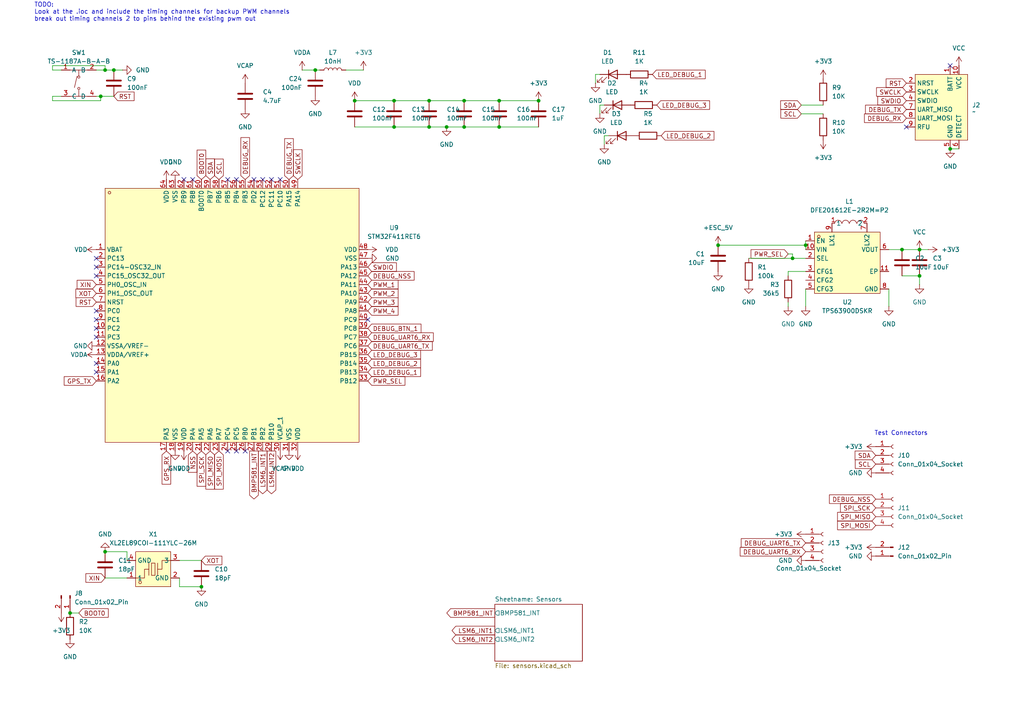
<source format=kicad_sch>
(kicad_sch (version 20231120) (generator "eeschema") (generator_version "8.0")
  (paper "A4")
  (lib_symbols
    (symbol "Connector:Conn_01x02_Pin" (pin_names (offset 1.016) hide)
      (property "Reference" "J" (at 0 2.54 0))
      (property "Value" "Conn_01x02_Pin" (at 0 -5.08 0))
      (symbol "Conn_01x02_Pin_1_1"
        (polyline (pts (xy 1.27 -2.54) (xy 0.8636 -2.54)) (stroke (width 0.1524)))
        (polyline (pts (xy 1.27 0) (xy 0.8636 0)) (stroke (width 0.1524)))
        (rectangle (start 0.8636 -2.413) (end 0 -2.667) (stroke (width 0.1524)) (fill (type outline)))
        (rectangle (start 0.8636 0.127) (end 0 -0.127) (stroke (width 0.1524)) (fill (type outline)))
        (pin passive line (at 5.08 0 180) (length 3.81) (name "Pin_1") (number "1"))
        (pin passive line (at 5.08 -2.54 180) (length 3.81) (name "Pin_2") (number "2"))
      )
    )
    (symbol "Connector:Conn_01x04_Socket" (pin_names (offset 1.016) hide)
      (property "Reference" "J" (at 0 5.08 0))
      (property "Value" "Conn_01x04_Socket" (at 0 -7.62 0))
      (symbol "Conn_01x04_Socket_1_1"
        (arc (start 0 -4.572) (mid -0.5058 -5.08) (end 0 -5.588) (stroke (width 0.1524)))
        (arc (start 0 -2.032) (mid -0.5058 -2.54) (end 0 -3.048) (stroke (width 0.1524)))
        (polyline (pts (xy -1.27 -5.08) (xy -0.508 -5.08)) (stroke (width 0.1524)))
        (polyline (pts (xy -1.27 -2.54) (xy -0.508 -2.54)) (stroke (width 0.1524)))
        (polyline (pts (xy -1.27 0) (xy -0.508 0)) (stroke (width 0.1524)))
        (polyline (pts (xy -1.27 2.54) (xy -0.508 2.54)) (stroke (width 0.1524)))
        (arc (start 0 0.508) (mid -0.5058 0) (end 0 -0.508) (stroke (width 0.1524)))
        (arc (start 0 3.048) (mid -0.5058 2.54) (end 0 2.032) (stroke (width 0.1524)))
        (pin passive line (at -5.08 2.54 0) (length 3.81) (name "Pin_1") (number "1"))
        (pin passive line (at -5.08 0 0) (length 3.81) (name "Pin_2") (number "2"))
        (pin passive line (at -5.08 -2.54 0) (length 3.81) (name "Pin_3") (number "3"))
        (pin passive line (at -5.08 -5.08 0) (length 3.81) (name "Pin_4") (number "4"))
      )
    )
    (symbol "Device:C" (pin_numbers hide) (pin_names (offset 0.254))
      (property "Reference" "C" (at 0.635 2.54 0))
      (property "Value" "C" (at 0.635 -2.54 0))
      (symbol "C_0_1"
        (polyline (pts (xy -2.032 -0.762) (xy 2.032 -0.762)) (stroke (width 0.508)))
        (polyline (pts (xy -2.032 0.762) (xy 2.032 0.762)) (stroke (width 0.508)))
      )
      (symbol "C_1_1"
        (pin passive line (at 0 3.81 270) (length 2.794) (name "~") (number "1"))
        (pin passive line (at 0 -3.81 90) (length 2.794) (name "~") (number "2"))
      )
    )
    (symbol "Device:L" (pin_numbers hide) (pin_names (offset 1.016) hide)
      (property "Reference" "L" (at -1.27 0 90))
      (property "Value" "L" (at 1.905 0 90))
      (symbol "L_0_1"
        (arc (start 0 -2.54) (mid 0.6323 -1.905) (end 0 -1.27))
        (arc (start 0 -1.27) (mid 0.6323 -0.635) (end 0 0))
        (arc (start 0 0) (mid 0.6323 0.635) (end 0 1.27))
        (arc (start 0 1.27) (mid 0.6323 1.905) (end 0 2.54))
      )
      (symbol "L_1_1"
        (pin passive line (at 0 3.81 270) (length 1.27) (name "1") (number "1"))
        (pin passive line (at 0 -3.81 90) (length 1.27) (name "2") (number "2"))
      )
    )
    (symbol "Device:LED" (pin_numbers hide) (pin_names (offset 1.016) hide)
      (property "Reference" "D" (at 0 2.54 0))
      (property "Value" "LED" (at 0 -2.54 0))
      (symbol "LED_0_1"
        (polyline (pts (xy -1.27 -1.27) (xy -1.27 1.27)) (stroke (width 0.254)))
        (polyline (pts (xy -1.27 0) (xy 1.27 0)))
        (polyline (pts (xy 1.27 -1.27) (xy 1.27 1.27) (xy -1.27 0) (xy 1.27 -1.27)) (stroke (width 0.254)))
        (polyline (pts (xy -3.048 -0.762) (xy -4.572 -2.286) (xy -3.81 -2.286) (xy -4.572 -2.286) (xy -4.572 -1.524)))
        (polyline (pts (xy -1.778 -0.762) (xy -3.302 -2.286) (xy -2.54 -2.286) (xy -3.302 -2.286) (xy -3.302 -1.524)))
      )
      (symbol "LED_1_1"
        (pin passive line (at -3.81 0 0) (length 2.54) (name "K") (number "1"))
        (pin passive line (at 3.81 0 180) (length 2.54) (name "A") (number "2"))
      )
    )
    (symbol "Device:R" (pin_numbers hide) (pin_names (offset 0))
      (property "Reference" "R" (at 2.032 0 90))
      (property "Value" "R" (at 0 0 90))
      (symbol "R_0_1"
        (rectangle (start -1.016 -2.54) (end 1.016 2.54) (stroke (width 0.254)))
      )
      (symbol "R_1_1"
        (pin passive line (at 0 3.81 270) (length 1.27) (name "~") (number "1"))
        (pin passive line (at 0 -3.81 90) (length 1.27) (name "~") (number "2"))
      )
    )
    (symbol "lib:DFE201612E-2R2M=P2"
      (property "Reference" "L" (at 0 5.08 0))
      (property "Value" "DFE201612E-2R2M=P2" (at 0 -5.08 0))
      (symbol "DFE201612E-2R2M=P2_0_1"
        (arc (start -2.27 -0.02) (mid -3.28 0.9027) (end -4.29 -0.02))
        (arc (start -0.11 -0.02) (mid -1.12 0.9071) (end -2.13 -0.02))
        (arc (start 2.04 -0.02) (mid 1.03 0.9071) (end 0.02 -0.02))
        (arc (start 4.23 -0.02) (mid 3.22 0.9071) (end 2.21 -0.02))
        (pin unspecified line (at -5.08 0 0) (length 0.762) (name "1") (number "1"))
        (pin unspecified line (at 5.08 0 180) (length 0.762) (name "2") (number "2"))
      )
    )
    (symbol "lib:STM32F411RET6"
      (property "Reference" "U" (at 0 44.45 0))
      (property "Value" "STM32F411RET6" (at 0 -44.45 0))
      (symbol "STM32F411RET6_0_1"
        (rectangle (start -36.83 36.83) (end 36.83 -36.83) (fill (type background)))
        (circle (center -35.56 35.56) (radius 0.38))
        (pin unspecified line (at -39.37 19.05 0) (length 2.54) (name "VBAT") (number "1"))
        (pin unspecified line (at -39.37 -3.81 0) (length 2.54) (name "PC2") (number "10"))
        (pin unspecified line (at -39.37 -6.35 0) (length 2.54) (name "PC3") (number "11"))
        (pin unspecified line (at -39.37 -8.89 0) (length 2.54) (name "VSSA/VREF-") (number "12"))
        (pin unspecified line (at -39.37 -11.43 0) (length 2.54) (name "VDDA/VREF+") (number "13"))
        (pin unspecified line (at -39.37 -13.97 0) (length 2.54) (name "PA0") (number "14"))
        (pin unspecified line (at -39.37 -16.51 0) (length 2.54) (name "PA1") (number "15"))
        (pin unspecified line (at -39.37 -19.05 0) (length 2.54) (name "PA2") (number "16"))
        (pin unspecified line (at -19.05 -39.37 90) (length 2.54) (name "PA3") (number "17"))
        (pin unspecified line (at -16.51 -39.37 90) (length 2.54) (name "VSS") (number "18"))
        (pin unspecified line (at -13.97 -39.37 90) (length 2.54) (name "VDD") (number "19"))
        (pin unspecified line (at -39.37 16.51 0) (length 2.54) (name "PC13") (number "2"))
        (pin unspecified line (at -11.43 -39.37 90) (length 2.54) (name "PA4") (number "20"))
        (pin unspecified line (at -8.89 -39.37 90) (length 2.54) (name "PA5") (number "21"))
        (pin unspecified line (at -6.35 -39.37 90) (length 2.54) (name "PA6") (number "22"))
        (pin unspecified line (at -3.81 -39.37 90) (length 2.54) (name "PA7") (number "23"))
        (pin unspecified line (at -1.27 -39.37 90) (length 2.54) (name "PC4") (number "24"))
        (pin unspecified line (at 1.27 -39.37 90) (length 2.54) (name "PC5") (number "25"))
        (pin unspecified line (at 3.81 -39.37 90) (length 2.54) (name "PB0") (number "26"))
        (pin unspecified line (at 6.35 -39.37 90) (length 2.54) (name "PB1") (number "27"))
        (pin unspecified line (at 8.89 -39.37 90) (length 2.54) (name "PB2") (number "28"))
        (pin unspecified line (at 11.43 -39.37 90) (length 2.54) (name "PB10") (number "29"))
        (pin unspecified line (at -39.37 13.97 0) (length 2.54) (name "PC14-OSC32_IN") (number "3"))
        (pin unspecified line (at 13.97 -39.37 90) (length 2.54) (name "VCAP_1") (number "30"))
        (pin unspecified line (at 16.51 -39.37 90) (length 2.54) (name "VSS") (number "31"))
        (pin unspecified line (at 19.05 -39.37 90) (length 2.54) (name "VDD") (number "32"))
        (pin unspecified line (at 39.37 -19.05 180) (length 2.54) (name "PB12") (number "33"))
        (pin unspecified line (at 39.37 -16.51 180) (length 2.54) (name "PB13") (number "34"))
        (pin unspecified line (at 39.37 -13.97 180) (length 2.54) (name "PB14") (number "35"))
        (pin unspecified line (at 39.37 -11.43 180) (length 2.54) (name "PB15") (number "36"))
        (pin unspecified line (at 39.37 -8.89 180) (length 2.54) (name "PC6") (number "37"))
        (pin unspecified line (at 39.37 -6.35 180) (length 2.54) (name "PC7") (number "38"))
        (pin unspecified line (at 39.37 -3.81 180) (length 2.54) (name "PC8") (number "39"))
        (pin unspecified line (at -39.37 11.43 0) (length 2.54) (name "PC15_OSC32_OUT") (number "4"))
        (pin unspecified line (at 39.37 -1.27 180) (length 2.54) (name "PC9") (number "40"))
        (pin unspecified line (at 39.37 1.27 180) (length 2.54) (name "PA8") (number "41"))
        (pin unspecified line (at 39.37 3.81 180) (length 2.54) (name "PA9") (number "42"))
        (pin unspecified line (at 39.37 6.35 180) (length 2.54) (name "PA10") (number "43"))
        (pin unspecified line (at 39.37 8.89 180) (length 2.54) (name "PA11") (number "44"))
        (pin unspecified line (at 39.37 11.43 180) (length 2.54) (name "PA12") (number "45"))
        (pin unspecified line (at 39.37 13.97 180) (length 2.54) (name "PA13") (number "46"))
        (pin unspecified line (at 39.37 16.51 180) (length 2.54) (name "VSS") (number "47"))
        (pin unspecified line (at 39.37 19.05 180) (length 2.54) (name "VDD") (number "48"))
        (pin unspecified line (at 19.05 39.37 270) (length 2.54) (name "PA14") (number "49"))
        (pin unspecified line (at -39.37 8.89 0) (length 2.54) (name "PH0_OSC_IN") (number "5"))
        (pin unspecified line (at 16.51 39.37 270) (length 2.54) (name "PA15") (number "50"))
        (pin unspecified line (at 13.97 39.37 270) (length 2.54) (name "PC10") (number "51"))
        (pin unspecified line (at 11.43 39.37 270) (length 2.54) (name "PC11") (number "52"))
        (pin unspecified line (at 8.89 39.37 270) (length 2.54) (name "PC12") (number "53"))
        (pin unspecified line (at 6.35 39.37 270) (length 2.54) (name "PD2") (number "54"))
        (pin unspecified line (at 3.81 39.37 270) (length 2.54) (name "PB3") (number "55"))
        (pin unspecified line (at 1.27 39.37 270) (length 2.54) (name "PB4") (number "56"))
        (pin unspecified line (at -1.27 39.37 270) (length 2.54) (name "PB5") (number "57"))
        (pin unspecified line (at -3.81 39.37 270) (length 2.54) (name "PB6") (number "58"))
        (pin unspecified line (at -6.35 39.37 270) (length 2.54) (name "PB7") (number "59"))
        (pin unspecified line (at -39.37 6.35 0) (length 2.54) (name "PH1_OSC_OUT") (number "6"))
        (pin unspecified line (at -8.89 39.37 270) (length 2.54) (name "BOOT0") (number "60"))
        (pin unspecified line (at -11.43 39.37 270) (length 2.54) (name "PB8") (number "61"))
        (pin unspecified line (at -13.97 39.37 270) (length 2.54) (name "PB9") (number "62"))
        (pin unspecified line (at -16.51 39.37 270) (length 2.54) (name "VSS") (number "63"))
        (pin unspecified line (at -19.05 39.37 270) (length 2.54) (name "VDD") (number "64"))
        (pin unspecified line (at -39.37 3.81 0) (length 2.54) (name "NRST") (number "7"))
        (pin unspecified line (at -39.37 1.27 0) (length 2.54) (name "PC0") (number "8"))
        (pin unspecified line (at -39.37 -1.27 0) (length 2.54) (name "PC1") (number "9"))
      )
    )
    (symbol "lib:TPS63900DSKR"
      (property "Reference" "U" (at 0 11.43 0))
      (property "Value" "TPS63900DSKR" (at 0 -11.43 0))
      (symbol "TPS63900DSKR_0_1"
        (rectangle (start -8.89 7.62) (end 10.16 -10.16) (fill (type background)))
        (circle (center -7.62 6.35) (radius 0.38))
        (pin unspecified line (at -11.43 5.08 0) (length 2.54) (name "EN") (number "1"))
        (pin unspecified line (at -11.43 2.54 0) (length 2.54) (name "VIN") (number "10"))
        (pin unspecified line (at 12.7 -3.81 180) (length 2.54) (name "EP") (number "11"))
        (pin unspecified line (at -11.43 0 0) (length 2.54) (name "SEL") (number "2"))
        (pin unspecified line (at -11.43 -3.81 0) (length 2.54) (name "CFG1") (number "3"))
        (pin unspecified line (at -11.43 -6.35 0) (length 2.54) (name "CFG2") (number "4"))
        (pin unspecified line (at 12.7 2.54 180) (length 2.54) (name "VOUT") (number "6"))
        (pin unspecified line (at 6.35 10.16 270) (length 2.54) (name "LX2") (number "7"))
        (pin unspecified line (at 12.7 -8.89 180) (length 2.54) (name "GND") (number "8"))
        (pin unspecified line (at -3.81 10.16 270) (length 2.54) (name "LX1") (number "9"))
      )
      (symbol "TPS63900DSKR_1_1"
        (pin unspecified line (at -11.43 -8.89 0) (length 2.54) (name "CFG3") (number "5"))
      )
    )
    (symbol "lib:TS-1187A-B-A-B"
      (property "Reference" "SW" (at 0 7.62 0))
      (property "Value" "TS-1187A-B-A-B" (at 0 -10.16 0))
      (symbol "TS-1187A-B-A-B_0_1"
        (circle (center 0 -2.79) (radius 0.32))
        (polyline (pts (xy -2.54 -5.08) (xy 2.54 -5.08)))
        (polyline (pts (xy -2.54 2.54) (xy 2.54 2.54)))
        (polyline (pts (xy -0.51 0.76) (xy -1.27 -2.54)))
        (polyline (pts (xy 0 -3.3) (xy 0 -5.08)))
        (polyline (pts (xy 0 0.76) (xy 0 2.54)))
        (circle (center 0 0.51) (radius 0.32))
        (pin unspecified line (at -5.08 2.54 0) (length 2.54) (name "A") (number "1"))
        (pin unspecified line (at 5.08 2.54 180) (length 2.54) (name "B") (number "2"))
        (pin unspecified line (at -5.08 -5.08 0) (length 2.54) (name "C") (number "3"))
        (pin unspecified line (at 5.08 -5.08 180) (length 2.54) (name "D") (number "4"))
      )
    )
    (symbol "lib:XL2EL89COI-111YLC-26M"
      (property "Reference" "X" (at 0 7.62 0))
      (property "Value" "XL2EL89COI-111YLC-26M" (at 0 -7.62 0))
      (symbol "XL2EL89COI-111YLC-26M_0_1"
        (rectangle (start -5.08 5.08) (end 5.08 -5.08) (fill (type background)))
        (circle (center -3.81 -3.81) (radius 0.38))
        (rectangle (start -0.51 1.78) (end 0.51 -1.78) (fill (type background)))
        (polyline (pts (xy -1.27 -1.78) (xy -1.27 1.78)))
        (polyline (pts (xy 1.27 -1.78) (xy 1.27 1.78)))
        (polyline (pts (xy -5.08 -2.54) (xy -2.54 -2.54) (xy -2.54 0) (xy -1.27 0)))
        (polyline (pts (xy 5.08 2.54) (xy 2.54 2.54) (xy 2.54 0) (xy 1.27 0)))
        (pin input line (at -7.62 -2.54 0) (length 2.54) (name "1") (number "1"))
        (pin input line (at 7.62 -2.54 180) (length 2.54) (name "GND") (number "2"))
        (pin input line (at 7.62 2.54 180) (length 2.54) (name "3") (number "3"))
        (pin input line (at -7.62 2.54 0) (length 2.54) (name "GND") (number "4"))
      )
    )
    (symbol "maxkicad:TTprog"
      (property "Reference" "J" (at -3.81 9.906 0))
      (symbol "TTprog_1_1"
        (rectangle (start -6.35 8.89) (end 8.89 -10.16) (fill (type background)))
        (pin passive line (at 3.81 11.43 270) (length 2.54) (name "BATT") (number "1"))
        (pin passive line (at 6.35 11.43 270) (length 2.54) (name "VCC") (number "10"))
        (pin passive line (at -8.89 6.35 0) (length 2.54) (name "NRST") (number "2"))
        (pin passive line (at -8.89 3.81 0) (length 2.54) (name "SWCLK") (number "3"))
        (pin passive line (at -8.89 1.27 0) (length 2.54) (name "SWDIO") (number "4"))
        (pin passive line (at 3.81 -12.7 90) (length 2.54) (name "GND") (number "5"))
        (pin passive line (at 6.35 -12.7 90) (length 2.54) (name "DETECT") (number "6"))
        (pin passive line (at -8.89 -1.27 0) (length 2.54) (name "UART_MISO") (number "7"))
        (pin passive line (at -8.89 -3.81 0) (length 2.54) (name "UART_MOSI") (number "8"))
        (pin passive line (at -8.89 -6.35 0) (length 2.54) (name "RFU") (number "9"))
      )
    )
    (symbol "power:+3.3VA" (power) (pin_numbers hide) (pin_names (offset 0) hide)
      (property "Value" "+3.3VA" (at 0 3.556 0))
      (symbol "+3.3VA_0_1"
        (polyline (pts (xy -0.762 1.27) (xy 0 2.54)))
        (polyline (pts (xy 0 0) (xy 0 2.54)))
        (polyline (pts (xy 0 2.54) (xy 0.762 1.27)))
      )
      (symbol "+3.3VA_1_1"
        (pin power_in line (at 0 0 90) (length 0) (name "~") (number "1"))
      )
    )
    (symbol "power:+3V3" (power) (pin_numbers hide) (pin_names (offset 0) hide)
      (property "Value" "+3V3" (at 0 3.556 0))
      (symbol "+3V3_0_1"
        (polyline (pts (xy -0.762 1.27) (xy 0 2.54)))
        (polyline (pts (xy 0 0) (xy 0 2.54)))
        (polyline (pts (xy 0 2.54) (xy 0.762 1.27)))
      )
      (symbol "+3V3_1_1"
        (pin power_in line (at 0 0 90) (length 0) (name "~") (number "1"))
      )
    )
    (symbol "power:+BATT" (power) (pin_numbers hide) (pin_names (offset 0) hide)
      (property "Value" "+BATT" (at 0 3.556 0))
      (symbol "+BATT_0_1"
        (polyline (pts (xy -0.762 1.27) (xy 0 2.54)))
        (polyline (pts (xy 0 0) (xy 0 2.54)))
        (polyline (pts (xy 0 2.54) (xy 0.762 1.27)))
      )
      (symbol "+BATT_1_1"
        (pin power_in line (at 0 0 90) (length 0) (name "~") (number "1"))
      )
    )
    (symbol "power:GND" (power) (pin_numbers hide) (pin_names (offset 0) hide)
      (property "Value" "GND" (at 0 -3.81 0))
      (symbol "GND_0_1"
        (polyline (pts (xy 0 0) (xy 0 -1.27) (xy 1.27 -1.27) (xy 0 -2.54) (xy -1.27 -1.27) (xy 0 -1.27)))
      )
      (symbol "GND_1_1"
        (pin power_in line (at 0 0 270) (length 0) (name "~") (number "1"))
      )
    )
    (symbol "power:VCC" (power) (pin_numbers hide) (pin_names (offset 0) hide)
      (property "Value" "VCC" (at 0 3.556 0))
      (symbol "VCC_0_1"
        (polyline (pts (xy -0.762 1.27) (xy 0 2.54)))
        (polyline (pts (xy 0 0) (xy 0 2.54)))
        (polyline (pts (xy 0 2.54) (xy 0.762 1.27)))
      )
      (symbol "VCC_1_1"
        (pin power_in line (at 0 0 90) (length 0) (name "~") (number "1"))
      )
    )
  )
  (junction (at 144.78 36.83))
  (junction (at 275.59 43.18))
  (junction (at 114.3 29.21))
  (junction (at 33.02 20.32))
  (junction (at 208.28 71.12))
  (junction (at 29.21 27.94))
  (junction (at 91.44 20.32))
  (junction (at 114.3 36.83))
  (junction (at 129.54 36.83))
  (junction (at 124.46 29.21))
  (junction (at 30.48 20.32))
  (junction (at 124.46 36.83))
  (junction (at 229.87 74.93))
  (junction (at 156.21 29.21))
  (junction (at 266.7 80.01))
  (junction (at 266.7 72.39))
  (junction (at 134.62 36.83))
  (junction (at 144.78 29.21))
  (junction (at 102.87 29.21))
  (junction (at 134.62 29.21))
  (junction (at 261.62 72.39))
  (junction (at 20.32 177.8))
  (junction (at 58.42 170.18))
  (junction (at 233.68 71.12))
  (junction (at 30.48 160.02))
  (no_connect (at 27.94 90.17))
  (no_connect (at 27.94 92.71))
  (no_connect (at 71.12 130.81))
  (no_connect (at 27.94 74.93))
  (no_connect (at 68.58 52.07))
  (no_connect (at 81.28 52.07))
  (no_connect (at 27.94 95.25))
  (no_connect (at 275.59 19.05))
  (no_connect (at 68.58 130.81))
  (no_connect (at 27.94 107.95))
  (no_connect (at 27.94 105.41))
  (no_connect (at 27.94 97.79))
  (no_connect (at 78.74 52.07))
  (no_connect (at 66.04 52.07))
  (no_connect (at 73.66 52.07))
  (no_connect (at 27.94 80.01))
  (no_connect (at 106.68 92.71))
  (no_connect (at 55.88 52.07))
  (no_connect (at 27.94 77.47))
  (no_connect (at 53.34 52.07))
  (no_connect (at 76.2 52.07))
  (no_connect (at 262.89 36.83))
  (no_connect (at 66.04 130.81))
  (wire (pts (xy 172.72 24.13) (xy 172.72 21.59)))
  (wire (pts (xy 129.54 36.83) (xy 134.62 36.83)))
  (wire (pts (xy 228.6 80.01) (xy 228.6 78.74)))
  (wire (pts (xy 27.94 27.94) (xy 29.21 27.94)))
  (wire (pts (xy 124.46 29.21) (xy 114.3 29.21)))
  (wire (pts (xy 52.07 167.64) (xy 52.07 170.18)))
  (wire (pts (xy 33.02 20.32) (xy 35.56 20.32)))
  (wire (pts (xy 228.6 87.63) (xy 228.6 88.9)))
  (wire (pts (xy 173.99 30.48) (xy 175.26 30.48)))
  (wire (pts (xy 208.28 71.12) (xy 233.68 71.12)))
  (wire (pts (xy 30.48 167.64) (xy 36.83 167.64)))
  (wire (pts (xy 233.68 83.82) (xy 233.68 88.9)))
  (wire (pts (xy 29.21 27.94) (xy 33.02 27.94)))
  (wire (pts (xy 30.48 20.32) (xy 33.02 20.32)))
  (wire (pts (xy 257.81 83.82) (xy 257.81 88.9)))
  (wire (pts (xy 266.7 72.39) (xy 269.24 72.39)))
  (wire (pts (xy 261.62 80.01) (xy 266.7 80.01)))
  (wire (pts (xy 20.32 177.8) (xy 22.86 177.8)))
  (wire (pts (xy 232.41 30.48) (xy 238.76 30.48)))
  (wire (pts (xy 173.99 33.02) (xy 173.99 30.48)))
  (wire (pts (xy 229.87 73.66) (xy 229.87 74.93)))
  (wire (pts (xy 124.46 29.21) (xy 134.62 29.21)))
  (wire (pts (xy 15.24 20.32) (xy 15.24 19.05)))
  (wire (pts (xy 228.6 73.66) (xy 229.87 73.66)))
  (wire (pts (xy 30.48 19.05) (xy 30.48 20.32)))
  (wire (pts (xy 172.72 21.59) (xy 173.99 21.59)))
  (wire (pts (xy 15.24 27.94) (xy 15.24 29.21)))
  (wire (pts (xy 15.24 20.32) (xy 17.78 20.32)))
  (wire (pts (xy 175.26 39.37) (xy 176.53 39.37)))
  (wire (pts (xy 100.33 20.32) (xy 105.41 20.32)))
  (wire (pts (xy 134.62 29.21) (xy 144.78 29.21)))
  (wire (pts (xy 134.62 36.83) (xy 144.78 36.83)))
  (wire (pts (xy 58.42 170.18) (xy 52.07 170.18)))
  (wire (pts (xy 29.21 27.94) (xy 29.21 29.21)))
  (wire (pts (xy 175.26 41.91) (xy 175.26 39.37)))
  (wire (pts (xy 217.17 74.93) (xy 229.87 74.93)))
  (wire (pts (xy 114.3 29.21) (xy 102.87 29.21)))
  (wire (pts (xy 102.87 36.83) (xy 114.3 36.83)))
  (wire (pts (xy 229.87 74.93) (xy 233.68 74.93)))
  (wire (pts (xy 91.44 20.32) (xy 92.71 20.32)))
  (wire (pts (xy 30.48 160.02) (xy 36.83 160.02)))
  (wire (pts (xy 124.46 36.83) (xy 114.3 36.83)))
  (wire (pts (xy 257.81 72.39) (xy 261.62 72.39)))
  (wire (pts (xy 87.63 20.32) (xy 91.44 20.32)))
  (wire (pts (xy 144.78 36.83) (xy 156.21 36.83)))
  (wire (pts (xy 228.6 78.74) (xy 233.68 78.74)))
  (wire (pts (xy 233.68 71.12) (xy 233.68 72.39)))
  (wire (pts (xy 27.94 20.32) (xy 30.48 20.32)))
  (wire (pts (xy 36.83 162.56) (xy 36.83 160.02)))
  (wire (pts (xy 266.7 82.55) (xy 266.7 80.01)))
  (wire (pts (xy 232.41 33.02) (xy 238.76 33.02)))
  (wire (pts (xy 275.59 43.18) (xy 278.13 43.18)))
  (wire (pts (xy 261.62 72.39) (xy 266.7 72.39)))
  (wire (pts (xy 15.24 19.05) (xy 30.48 19.05)))
  (wire (pts (xy 15.24 29.21) (xy 29.21 29.21)))
  (wire (pts (xy 15.24 27.94) (xy 17.78 27.94)))
  (wire (pts (xy 144.78 29.21) (xy 156.21 29.21)))
  (wire (pts (xy 52.07 162.56) (xy 58.42 162.56)))
  (wire (pts (xy 129.54 36.83) (xy 124.46 36.83)))
  (wire (pts (xy 233.68 71.12) (xy 233.68 69.85)))
  (text "TODO:\nLook at the .ioc and include the timing channels for backup PWM channels\nbreak out timing channels 2 to pins behind the existing pwm out" (at 9.906 3.556 0) (effects (font (size 1.27 1.27)) (justify left)))
  (text "Test Connectors" (at 261.366 125.73 0) (effects (font (size 1.27 1.27))))
  (global_label "LED_DEBUG_1" (shape input) (at 189.23 21.59 0) (property "Intersheetrefs" "${INTERSHEET_REFS}" (effects (hide yes))))
  (global_label "RST" (shape input) (at 33.02 27.94 0) (property "Intersheetrefs" "${INTERSHEET_REFS}" (effects (hide yes))))
  (global_label "XIN" (shape input) (at 27.94 82.55 180) (property "Intersheetrefs" "${INTERSHEET_REFS}" (effects (hide yes))))
  (global_label "SDA" (shape input) (at 232.41 30.48 180) (property "Intersheetrefs" "${INTERSHEET_REFS}" (effects (hide yes))))
  (global_label "XOT" (shape input) (at 27.94 85.09 180) (property "Intersheetrefs" "${INTERSHEET_REFS}" (effects (hide yes))))
  (global_label "DEBUG_UART6_RX" (shape input) (at 106.68 97.79 0) (property "Intersheetrefs" "${INTERSHEET_REFS}" (effects (hide yes))))
  (global_label "LED_DEBUG_3" (shape input) (at 190.5 30.48 0) (property "Intersheetrefs" "${INTERSHEET_REFS}" (effects (hide yes))))
  (global_label "SWDIO" (shape input) (at 106.68 77.47 0) (property "Intersheetrefs" "${INTERSHEET_REFS}" (effects (hide yes))))
  (global_label "SPI_MOSI" (shape input) (at 254 152.4 180) (property "Intersheetrefs" "${INTERSHEET_REFS}" (effects (hide yes))))
  (global_label "PWR_SEL" (shape input) (at 106.68 110.49 0) (property "Intersheetrefs" "${INTERSHEET_REFS}" (effects (hide yes))))
  (global_label "PWM_1" (shape input) (at 106.68 82.55 0) (property "Intersheetrefs" "${INTERSHEET_REFS}" (effects (hide yes))))
  (global_label "XOT" (shape input) (at 58.42 162.56 0) (property "Intersheetrefs" "${INTERSHEET_REFS}" (effects (hide yes))))
  (global_label "XIN" (shape input) (at 30.48 167.64 180) (property "Intersheetrefs" "${INTERSHEET_REFS}" (effects (hide yes))))
  (global_label "BOOT0" (shape input) (at 22.86 177.8 0) (property "Intersheetrefs" "${INTERSHEET_REFS}" (effects (hide yes))))
  (global_label "LSM6_INT2" (shape output) (at 78.74 130.81 270) (property "Intersheetrefs" "${INTERSHEET_REFS}" (effects (hide yes))))
  (global_label "SPI_MISO" (shape input) (at 60.96 130.81 270) (property "Intersheetrefs" "${INTERSHEET_REFS}" (effects (hide yes))))
  (global_label "SPI_SCK" (shape input) (at 254 147.32 180) (property "Intersheetrefs" "${INTERSHEET_REFS}" (effects (hide yes))))
  (global_label "DEBUG_NSS" (shape input) (at 254 144.78 180) (property "Intersheetrefs" "${INTERSHEET_REFS}" (effects (hide yes))))
  (global_label "GPS_RX" (shape input) (at 48.26 130.81 270) (property "Intersheetrefs" "${INTERSHEET_REFS}" (effects (hide yes))))
  (global_label "RST" (shape input) (at 262.89 24.13 180) (property "Intersheetrefs" "${INTERSHEET_REFS}" (effects (hide yes))))
  (global_label "DEBUG_BTN_1" (shape input) (at 106.68 95.25 0) (property "Intersheetrefs" "${INTERSHEET_REFS}" (effects (hide yes))))
  (global_label "SWCLK" (shape input) (at 86.36 52.07 90) (property "Intersheetrefs" "${INTERSHEET_REFS}" (effects (hide yes))))
  (global_label "SWDIO" (shape input) (at 262.89 29.21 180) (property "Intersheetrefs" "${INTERSHEET_REFS}" (effects (hide yes))))
  (global_label "RST" (shape input) (at 27.94 87.63 180) (property "Intersheetrefs" "${INTERSHEET_REFS}" (effects (hide yes))))
  (global_label "PWR_SEL" (shape input) (at 228.6 73.66 180) (property "Intersheetrefs" "${INTERSHEET_REFS}" (effects (hide yes))))
  (global_label "BOOT0" (shape input) (at 58.42 52.07 90) (property "Intersheetrefs" "${INTERSHEET_REFS}" (effects (hide yes))))
  (global_label "SCL" (shape input) (at 254 134.62 180) (property "Intersheetrefs" "${INTERSHEET_REFS}" (effects (hide yes))))
  (global_label "SWCLK" (shape input) (at 262.89 26.67 180) (property "Intersheetrefs" "${INTERSHEET_REFS}" (effects (hide yes))))
  (global_label "LED_DEBUG_2" (shape input) (at 191.77 39.37 0) (property "Intersheetrefs" "${INTERSHEET_REFS}" (effects (hide yes))))
  (global_label "DEBUG_UART6_RX" (shape input) (at 233.68 160.02 180) (property "Intersheetrefs" "${INTERSHEET_REFS}" (effects (hide yes))))
  (global_label "SPI_MOSI" (shape input) (at 63.5 130.81 270) (property "Intersheetrefs" "${INTERSHEET_REFS}" (effects (hide yes))))
  (global_label "BMP581_INT" (shape output) (at 73.66 130.81 270) (property "Intersheetrefs" "${INTERSHEET_REFS}" (effects (hide yes))))
  (global_label "LED_DEBUG_3" (shape input) (at 106.68 102.87 0) (property "Intersheetrefs" "${INTERSHEET_REFS}" (effects (hide yes))))
  (global_label "DEBUG_UART6_TX" (shape input) (at 233.68 157.48 180) (property "Intersheetrefs" "${INTERSHEET_REFS}" (effects (hide yes))))
  (global_label "LSM6_INT2" (shape output) (at 143.51 185.42 180) (property "Intersheetrefs" "${INTERSHEET_REFS}" (effects (hide yes))))
  (global_label "DEBUG_TX" (shape input) (at 262.89 31.75 180) (property "Intersheetrefs" "${INTERSHEET_REFS}" (effects (hide yes))))
  (global_label "SDA" (shape input) (at 60.96 52.07 90) (property "Intersheetrefs" "${INTERSHEET_REFS}" (effects (hide yes))))
  (global_label "SPI_SCK" (shape input) (at 58.42 130.81 270) (property "Intersheetrefs" "${INTERSHEET_REFS}" (effects (hide yes))))
  (global_label "PWM_3" (shape input) (at 106.68 87.63 0) (property "Intersheetrefs" "${INTERSHEET_REFS}" (effects (hide yes))))
  (global_label "LSM6_INT1" (shape output) (at 143.51 182.88 180) (property "Intersheetrefs" "${INTERSHEET_REFS}" (effects (hide yes))))
  (global_label "DEBUG_NSS" (shape input) (at 106.68 80.01 0) (property "Intersheetrefs" "${INTERSHEET_REFS}" (effects (hide yes))))
  (global_label "LED_DEBUG_2" (shape input) (at 106.68 105.41 0) (property "Intersheetrefs" "${INTERSHEET_REFS}" (effects (hide yes))))
  (global_label "LSM6_INT1" (shape output) (at 76.2 130.81 270) (property "Intersheetrefs" "${INTERSHEET_REFS}" (effects (hide yes))))
  (global_label "SPI_MISO" (shape input) (at 254 149.86 180) (property "Intersheetrefs" "${INTERSHEET_REFS}" (effects (hide yes))))
  (global_label "LED_DEBUG_1" (shape input) (at 106.68 107.95 0) (property "Intersheetrefs" "${INTERSHEET_REFS}" (effects (hide yes))))
  (global_label "DEBUG_UART6_TX" (shape input) (at 106.68 100.33 0) (property "Intersheetrefs" "${INTERSHEET_REFS}" (effects (hide yes))))
  (global_label "NSS" (shape input) (at 55.88 130.81 270) (property "Intersheetrefs" "${INTERSHEET_REFS}" (effects (hide yes))))
  (global_label "SDA" (shape input) (at 254 132.08 180) (property "Intersheetrefs" "${INTERSHEET_REFS}" (effects (hide yes))))
  (global_label "SCL" (shape input) (at 232.41 33.02 180) (property "Intersheetrefs" "${INTERSHEET_REFS}" (effects (hide yes))))
  (global_label "PWM_2" (shape input) (at 106.68 85.09 0) (property "Intersheetrefs" "${INTERSHEET_REFS}" (effects (hide yes))))
  (global_label "PWM_4" (shape input) (at 106.68 90.17 0) (property "Intersheetrefs" "${INTERSHEET_REFS}" (effects (hide yes))))
  (global_label "SCL" (shape input) (at 63.5 52.07 90) (property "Intersheetrefs" "${INTERSHEET_REFS}" (effects (hide yes))))
  (global_label "GPS_TX" (shape input) (at 27.94 110.49 180) (property "Intersheetrefs" "${INTERSHEET_REFS}" (effects (hide yes))))
  (global_label "DEBUG_TX" (shape input) (at 83.82 52.07 90) (property "Intersheetrefs" "${INTERSHEET_REFS}" (effects (hide yes))))
  (global_label "DEBUG_RX" (shape input) (at 262.89 34.29 180) (property "Intersheetrefs" "${INTERSHEET_REFS}" (effects (hide yes))))
  (global_label "DEBUG_RX" (shape input) (at 71.12 52.07 90) (property "Intersheetrefs" "${INTERSHEET_REFS}" (effects (hide yes))))
  (global_label "BMP581_INT" (shape output) (at 143.51 177.8 180) (property "Intersheetrefs" "${INTERSHEET_REFS}" (effects (hide yes))))
  (symbol (lib_id "power:+3V3") (at 233.68 154.94 90) (unit 1)
    (property "Reference" "#PWR078" (effects (hide yes)))
    (property "Value" "+3V3" (at 229.87 154.9399 90) (effects (justify left)))
    (property "Description" "Power symbol creates a global label with name \"+3V3\"" (effects (hide yes)))
  )
  (symbol (lib_id "power:VCC") (at 278.13 19.05 0) (unit 1)
    (property "Reference" "#PWR024" (effects (hide yes)))
    (property "Value" "VCC" (at 278.13 13.97 0))
    (property "Description" "Power symbol creates a global label with name \"VCC\"" (effects (hide yes)))
  )
  (symbol (lib_id "lib:TPS63900DSKR") (at 245.11 74.93 0) (unit 1)
    (property "Reference" "U2" (at 245.745 87.63 0))
    (property "Value" "TPS63900DSKR" (at 245.745 90.17 0))
    (property "Footprint" "lib:WSON-10_L2.5-W2.5-W0.50-TL-EP" (effects (hide yes)))
    (property "LCSC Part" "C1518762" (effects (hide yes)))
  )
  (symbol (lib_id "Device:R") (at 217.17 78.74 180) (unit 1)
    (property "Reference" "R1" (at 219.71 77.4699 0) (effects (justify right)))
    (property "Value" "100k" (at 219.71 80.0099 0) (effects (justify right)))
    (property "Footprint" "Resistor_SMD:R_0603_1608Metric" (effects (hide yes)))
    (property "Description" "Resistor" (effects (hide yes)))
    (property "LCSC" "C25803" (effects (hide yes)))
  )
  (symbol (lib_id "Device:C") (at 124.46 33.02 0) (unit 1)
    (property "Reference" "C14" (at 129.54 31.7499 0) (effects (justify left)))
    (property "Value" "100nF" (at 129.54 34.2899 0) (effects (justify left)))
    (property "Footprint" "Capacitor_SMD:C_0402_1005Metric" (effects (hide yes)))
    (property "Description" "Unpolarized capacitor" (effects (hide yes)))
  )
  (symbol (lib_id "power:GND") (at 172.72 24.13 0) (unit 1)
    (property "Reference" "#PWR041" (effects (hide yes)))
    (property "Value" "GND" (at 172.72 29.21 0))
    (property "Description" "Power symbol creates a global label with name \"GND\" , ground" (effects (hide yes)))
  )
  (symbol (lib_id "power:GND") (at 173.99 33.02 0) (unit 1)
    (property "Reference" "#PWR017" (effects (hide yes)))
    (property "Value" "GND" (at 173.99 38.1 0))
    (property "Description" "Power symbol creates a global label with name \"GND\" , ground" (effects (hide yes)))
  )
  (symbol (lib_id "power:GND") (at 257.81 88.9 0) (unit 1)
    (property "Reference" "#PWR028" (effects (hide yes)))
    (property "Value" "GND" (at 257.81 93.98 0))
    (property "Description" "Power symbol creates a global label with name \"GND\" , ground" (effects (hide yes)))
  )
  (symbol (lib_id "power:+3V3") (at 105.41 20.32 0) (unit 1)
    (property "Reference" "#PWR039" (effects (hide yes)))
    (property "Value" "+3V3" (at 105.41 15.24 0))
    (property "Description" "Power symbol creates a global label with name \"+3V3\"" (effects (hide yes)))
  )
  (symbol (lib_id "power:+3V3") (at 269.24 72.39 270) (unit 1)
    (property "Reference" "#PWR020" (effects (hide yes)))
    (property "Value" "+3V3" (at 273.05 72.3899 90) (effects (justify left)))
    (property "Description" "Power symbol creates a global label with name \"+3V3\"" (effects (hide yes)))
  )
  (symbol (lib_id "power:GND") (at 50.8 52.07 180) (unit 1)
    (property "Reference" "#PWR073" (effects (hide yes)))
    (property "Value" "GND" (at 50.8 46.99 0))
  )
  (symbol (lib_id "power:VCC") (at 266.7 72.39 0) (unit 1)
    (property "Reference" "#PWR019" (effects (hide yes)))
    (property "Value" "VCC" (at 266.7 67.31 0))
    (property "Description" "Power symbol creates a global label with name \"VCC\"" (effects (hide yes)))
  )
  (symbol (lib_id "power:+3V3") (at 254 158.75 90) (unit 1)
    (property "Reference" "#PWR076" (effects (hide yes)))
    (property "Value" "+3V3" (at 250.19 158.7499 90) (effects (justify left)))
    (property "Description" "Power symbol creates a global label with name \"+3V3\"" (effects (hide yes)))
  )
  (symbol (lib_id "power:GND") (at 35.56 20.32 90) (unit 1)
    (property "Reference" "#PWR010" (effects (hide yes)))
    (property "Value" "GND" (at 39.37 20.3199 90) (effects (justify right)))
  )
  (symbol (lib_id "power:GND") (at 254 161.29 270) (unit 1)
    (property "Reference" "#PWR077" (effects (hide yes)))
    (property "Value" "GND" (at 250.19 161.2899 90) (effects (justify right)))
  )
  (symbol (lib_id "Device:C") (at 102.87 33.02 0) (unit 1)
    (property "Reference" "C12" (at 107.95 31.7499 0) (effects (justify left)))
    (property "Value" "100nF" (at 107.95 34.2899 0) (effects (justify left)))
    (property "Footprint" "Capacitor_SMD:C_0402_1005Metric" (effects (hide yes)))
    (property "Description" "Unpolarized capacitor" (effects (hide yes)))
  )
  (symbol (lib_id "lib:STM32F411RET6") (at 67.31 91.44 0) (unit 1)
    (property "Reference" "U9" (at 114.3 66.0714 0))
    (property "Value" "STM32F411RET6" (at 114.3 68.6114 0))
    (property "Footprint" "lib:LQFP-64_L10.0-W10.0-P0.50-LS12.0-BL" (effects (hide yes)))
    (property "Datasheet" "https://lcsc.com/product-detail/ST-Microelectronics_STMicroelectronics_STM32F411RET6_STM32F411RET6_C94355.html" (effects (hide yes)))
    (property "LCSC Part" "C94355" (effects (hide yes)))
  )
  (symbol (lib_id "Device:C") (at 156.21 33.02 0) (unit 1)
    (property "Reference" "C17" (at 160.02 31.7499 0) (effects (justify left)))
    (property "Value" "1uF" (at 160.02 34.2899 0) (effects (justify left)))
    (property "Footprint" "Capacitor_SMD:C_0402_1005Metric" (effects (hide yes)))
    (property "Description" "Unpolarized capacitor" (effects (hide yes)))
  )
  (symbol (lib_id "Connector:Conn_01x02_Pin") (at 20.32 172.72 270) (unit 1) (in_bom no)
    (property "Reference" "J8" (at 21.59 172.0849 90) (effects (justify left)))
    (property "Value" "Conn_01x02_Pin" (at 21.59 174.6249 90) (effects (justify left)))
    (property "Footprint" "Connector_PinHeader_2.54mm:PinHeader_1x02_P2.54mm_Vertical" (effects (hide yes)))
    (property "Description" "Generic connector, single row, 01x02, script generated" (effects (hide yes)))
  )
  (symbol (lib_id "power:+3.3VA") (at 27.94 102.87 90) (unit 1)
    (property "Reference" "#PWR016" (effects (hide yes)))
    (property "Value" "VDDA" (at 25.4 102.8699 90) (effects (justify left)))
    (property "Description" "Power symbol creates a global label with name \"+3.3VA\"" (effects (hide yes)))
  )
  (symbol (lib_id "power:GND") (at 91.44 27.94 0) (unit 1)
    (property "Reference" "#PWR040" (effects (hide yes)))
    (property "Value" "GND" (at 91.44 33.02 0))
  )
  (symbol (lib_id "power:GND") (at 20.32 185.42 0) (unit 1)
    (property "Reference" "#PWR014" (effects (hide yes)))
    (property "Value" "GND" (at 20.32 190.5 0))
  )
  (symbol (lib_id "power:+3V3") (at 53.34 130.81 180) (unit 1)
    (property "Reference" "#PWR01" (effects (hide yes)))
    (property "Value" "VDD" (at 53.34 135.89 0))
    (property "Description" "Power symbol creates a global label with name \"+3V3\"" (effects (hide yes)))
  )
  (symbol (lib_id "Device:C") (at 114.3 33.02 0) (unit 1)
    (property "Reference" "C13" (at 119.38 31.7499 0) (effects (justify left)))
    (property "Value" "100nF" (at 119.38 34.2899 0) (effects (justify left)))
    (property "Footprint" "Capacitor_SMD:C_0402_1005Metric" (effects (hide yes)))
    (property "Description" "Unpolarized capacitor" (effects (hide yes)))
  )
  (symbol (lib_id "power:+3V3") (at 238.76 22.86 0) (unit 1)
    (property "Reference" "#PWR036" (effects (hide yes)))
    (property "Value" "+3V3" (at 238.76 17.78 0))
    (property "Description" "Power symbol creates a global label with name \"+3V3\"" (effects (hide yes)))
  )
  (symbol (lib_id "power:+3V3") (at 254 129.54 90) (unit 1)
    (property "Reference" "#PWR035" (effects (hide yes)))
    (property "Value" "+3V3" (at 250.19 129.5399 90) (effects (justify left)))
    (property "Description" "Power symbol creates a global label with name \"+3V3\"" (effects (hide yes)))
  )
  (symbol (lib_id "power:GND") (at 50.8 130.81 0) (unit 1)
    (property "Reference" "#PWR074" (effects (hide yes)))
    (property "Value" "GND" (at 50.8 135.89 0))
  )
  (symbol (lib_id "power:+BATT") (at 208.28 71.12 0) (unit 1)
    (property "Reference" "#PWRr01" (effects (hide yes)))
    (property "Value" "+ESC_5V" (at 208.28 66.04 0))
  )
  (symbol (lib_id "power:GND") (at 106.68 74.93 90) (unit 1)
    (property "Reference" "#PWR072" (effects (hide yes)))
    (property "Value" "GND" (at 111.76 74.9299 90) (effects (justify right)))
  )
  (symbol (lib_id "power:GND") (at 254 137.16 270) (unit 1)
    (property "Reference" "#PWR042" (effects (hide yes)))
    (property "Value" "GND" (at 250.19 137.1599 90) (effects (justify right)))
  )
  (symbol (lib_id "Connector:Conn_01x02_Pin") (at 259.08 161.29 180) (unit 1) (in_bom no)
    (property "Reference" "J12" (at 260.35 158.7499 0) (effects (justify right)))
    (property "Value" "Conn_01x02_Pin" (at 260.35 161.2899 0) (effects (justify right)))
    (property "Footprint" "Connector_PinHeader_2.54mm:PinHeader_1x02_P2.54mm_Vertical" (effects (hide yes)))
    (property "Description" "Generic connector, single row, 01x02, script generated" (effects (hide yes)))
  )
  (symbol (lib_id "Device:R") (at 187.96 39.37 90) (unit 1)
    (property "Reference" "R5" (at 187.96 33.02 90))
    (property "Value" "1K" (at 187.96 35.56 90))
    (property "Footprint" "Resistor_SMD:R_0603_1608Metric" (effects (hide yes)))
    (property "Description" "Resistor" (effects (hide yes)))
  )
  (symbol (lib_id "Device:R") (at 20.32 181.61 0) (unit 1)
    (property "Reference" "R2" (at 22.86 180.3399 0) (effects (justify left)))
    (property "Value" "10K" (at 22.86 182.8799 0) (effects (justify left)))
    (property "Footprint" "Resistor_SMD:R_0603_1608Metric" (effects (hide yes)))
    (property "Description" "Resistor" (effects (hide yes)))
  )
  (symbol (lib_id "Connector:Conn_01x04_Socket") (at 259.08 132.08 0) (unit 1) (in_bom no)
    (property "Reference" "J10" (at 260.35 132.0799 0) (effects (justify left)))
    (property "Value" "Conn_01x04_Socket" (at 260.35 134.6199 0) (effects (justify left)))
    (property "Footprint" "Connector_PinSocket_2.54mm:PinSocket_1x04_P2.54mm_Vertical" (effects (hide yes)))
    (property "Description" "Generic connector, single row, 01x04, script generated" (effects (hide yes)))
  )
  (symbol (lib_id "Connector:Conn_01x04_Socket") (at 259.08 147.32 0) (unit 1) (in_bom no)
    (property "Reference" "J11" (at 260.35 147.3199 0) (effects (justify left)))
    (property "Value" "Conn_01x04_Socket" (at 260.35 149.8599 0) (effects (justify left)))
    (property "Footprint" "Connector_PinSocket_2.54mm:PinSocket_1x04_P2.54mm_Vertical" (effects (hide yes)))
    (property "Description" "Generic connector, single row, 01x04, script generated" (effects (hide yes)))
  )
  (symbol (lib_id "Device:C") (at 30.48 163.83 0) (unit 1)
    (property "Reference" "C11" (at 34.29 162.5599 0) (effects (justify left)))
    (property "Value" "18pF" (at 34.29 165.0999 0) (effects (justify left)))
    (property "Footprint" "Capacitor_SMD:C_0402_1005Metric" (effects (hide yes)))
    (property "Description" "Unpolarized capacitor" (effects (hide yes)))
  )
  (symbol (lib_id "power:GND") (at 233.68 88.9 0) (unit 1)
    (property "Reference" "#PWR027" (effects (hide yes)))
    (property "Value" "GND" (at 233.68 93.98 0))
    (property "Description" "Power symbol creates a global label with name \"GND\" , ground" (effects (hide yes)))
  )
  (symbol (lib_id "Device:R") (at 185.42 21.59 90) (unit 1)
    (property "Reference" "R11" (at 185.42 15.24 90))
    (property "Value" "1K" (at 185.42 17.78 90))
    (property "Footprint" "Resistor_SMD:R_0603_1608Metric" (effects (hide yes)))
    (property "Description" "Resistor" (effects (hide yes)))
  )
  (symbol (lib_id "power:+3V3") (at 106.68 72.39 270) (unit 1)
    (property "Reference" "#PWR03" (effects (hide yes)))
    (property "Value" "VDD" (at 111.76 72.3899 90) (effects (justify left)))
    (property "Description" "Power symbol creates a global label with name \"+3V3\"" (effects (hide yes)))
  )
  (symbol (lib_id "Device:C") (at 71.12 27.94 0) (unit 1)
    (property "Reference" "C4" (at 76.2 26.6699 0) (effects (justify left)))
    (property "Value" "4.7uF" (at 76.2 29.2099 0) (effects (justify left)))
    (property "Footprint" "Capacitor_SMD:C_0402_1005Metric" (effects (hide yes)))
    (property "Description" "Unpolarized capacitor" (effects (hide yes)))
  )
  (symbol (lib_id "power:+3V3") (at 102.87 29.21 0) (unit 1)
    (property "Reference" "#PWR015" (effects (hide yes)))
    (property "Value" "VDD" (at 102.87 24.13 0))
    (property "Description" "Power symbol creates a global label with name \"+3V3\"" (effects (hide yes)))
  )
  (symbol (lib_id "Device:C") (at 266.7 76.2 0) (unit 1)
    (property "Reference" "C3" (at 270.51 74.9299 0) (effects (justify left)))
    (property "Value" "10uF" (at 270.51 77.4699 0) (effects (justify left)))
    (property "Footprint" "Capacitor_SMD:C_0402_1005Metric" (effects (hide yes)))
    (property "Description" "Unpolarized capacitor" (effects (hide yes)))
    (property "LCSC" "C15525" (effects (hide yes)))
  )
  (symbol (lib_id "Device:LED") (at 179.07 30.48 0) (unit 1)
    (property "Reference" "D2" (at 177.4825 24.13 0))
    (property "Value" "LED" (at 177.4825 26.67 0))
    (property "Footprint" "LED_SMD:LED_0603_1608Metric" (effects (hide yes)))
    (property "Description" "Light emitting diode" (effects (hide yes)))
  )
  (symbol (lib_id "power:GND") (at 83.82 130.81 0) (unit 1)
    (property "Reference" "#PWR075" (effects (hide yes)))
    (property "Value" "GND" (at 83.82 135.89 0))
  )
  (symbol (lib_id "Device:C") (at 144.78 33.02 0) (unit 1)
    (property "Reference" "C16" (at 149.86 31.7499 0) (effects (justify left)))
    (property "Value" "100nF" (at 149.86 34.2899 0) (effects (justify left)))
    (property "Footprint" "Capacitor_SMD:C_0402_1005Metric" (effects (hide yes)))
    (property "Description" "Unpolarized capacitor" (effects (hide yes)))
  )
  (symbol (lib_id "power:+3V3") (at 17.78 177.8 180) (unit 1)
    (property "Reference" "#PWR013" (effects (hide yes)))
    (property "Value" "+3V3" (at 17.78 182.88 0))
    (property "Description" "Power symbol creates a global label with name \"+3V3\"" (effects (hide yes)))
  )
  (symbol (lib_id "power:GND") (at 275.59 43.18 0) (unit 1)
    (property "Reference" "#PWR025" (effects (hide yes)))
    (property "Value" "GND" (at 275.59 48.26 0))
    (property "Description" "Power symbol creates a global label with name \"GND\" , ground" (effects (hide yes)))
  )
  (symbol (lib_id "Device:C") (at 91.44 24.13 0) (unit 1)
    (property "Reference" "C24" (at 87.63 22.8599 0) (effects (justify right)))
    (property "Value" "100nF" (at 87.63 25.3999 0) (effects (justify right)))
    (property "Footprint" "Capacitor_SMD:C_0402_1005Metric" (effects (hide yes)))
    (property "Description" "Unpolarized capacitor" (effects (hide yes)))
  )
  (symbol (lib_id "Device:LED") (at 177.8 21.59 0) (unit 1)
    (property "Reference" "D1" (at 176.2125 15.24 0))
    (property "Value" "LED" (at 176.2125 17.78 0))
    (property "Footprint" "LED_SMD:LED_0603_1608Metric" (effects (hide yes)))
    (property "Description" "Light emitting diode" (effects (hide yes)))
  )
  (symbol (lib_id "power:GND") (at 266.7 82.55 0) (unit 1)
    (property "Reference" "#PWR023" (effects (hide yes)))
    (property "Value" "GND" (at 266.7 87.63 0))
    (property "Description" "Power symbol creates a global label with name \"GND\" , ground" (effects (hide yes)))
  )
  (symbol (lib_id "Device:C") (at 33.02 24.13 0) (unit 1)
    (property "Reference" "C9" (at 36.83 22.8599 0) (effects (justify left)))
    (property "Value" "100nF" (at 36.83 25.3999 0) (effects (justify left)))
    (property "Footprint" "Capacitor_SMD:C_0402_1005Metric" (effects (hide yes)))
    (property "Description" "Unpolarized capacitor" (effects (hide yes)))
  )
  (symbol (lib_id "power:+3V3") (at 238.76 40.64 180) (unit 1)
    (property "Reference" "#PWR037" (effects (hide yes)))
    (property "Value" "+3V3" (at 238.76 45.72 0))
    (property "Description" "Power symbol creates a global label with name \"+3V3\"" (effects (hide yes)))
  )
  (symbol (lib_id "power:GND") (at 175.26 41.91 0) (unit 1)
    (property "Reference" "#PWR018" (effects (hide yes)))
    (property "Value" "GND" (at 175.26 46.99 0))
    (property "Description" "Power symbol creates a global label with name \"GND\" , ground" (effects (hide yes)))
  )
  (symbol (lib_id "Device:R") (at 238.76 36.83 0) (unit 1)
    (property "Reference" "R10" (at 241.3 35.5599 0) (effects (justify left)))
    (property "Value" "10K" (at 241.3 38.0999 0) (effects (justify left)))
    (property "Footprint" "Resistor_SMD:R_0603_1608Metric" (effects (hide yes)))
    (property "Description" "Resistor" (effects (hide yes)))
  )
  (symbol (lib_id "power:GND") (at 208.28 78.74 0) (unit 1)
    (property "Reference" "#PWR021" (effects (hide yes)))
    (property "Value" "GND" (at 208.28 83.82 0))
    (property "Description" "Power symbol creates a global label with name \"GND\" , ground" (effects (hide yes)))
  )
  (symbol (lib_id "Device:C") (at 261.62 76.2 0) (unit 1)
    (property "Reference" "C2" (at 265.43 74.9299 0) (effects (justify left)))
    (property "Value" "10uF" (at 265.43 77.4699 0) (effects (justify left)))
    (property "Footprint" "Capacitor_SMD:C_0402_1005Metric" (effects (hide yes)))
    (property "Description" "Unpolarized capacitor" (effects (hide yes)))
    (property "LCSC" "C15525" (effects (hide yes)))
  )
  (symbol (lib_id "Device:R") (at 186.69 30.48 90) (unit 1)
    (property "Reference" "R4" (at 186.69 24.13 90))
    (property "Value" "1K" (at 186.69 26.67 90))
    (property "Footprint" "Resistor_SMD:R_0603_1608Metric" (effects (hide yes)))
    (property "Description" "Resistor" (effects (hide yes)))
  )
  (symbol (lib_id "maxkicad:TTprog") (at 271.78 30.48 0) (unit 1) (in_bom no)
    (property "Reference" "J2" (at 281.94 30.4799 0) (effects (justify left)))
    (property "Value" "~" (at 281.94 32.385 0) (effects (justify left)))
    (property "Footprint" "Connector:Tag-Connect_TC2050-IDC-NL_2x05_P1.27mm_Vertical" (effects (hide yes)))
  )
  (symbol (lib_id "power:GND") (at 129.54 36.83 0) (unit 1)
    (property "Reference" "#PWR07" (effects (hide yes)))
    (property "Value" "GND" (at 129.54 41.91 0))
  )
  (symbol (lib_id "lib:TS-1187A-B-A-B") (at 22.86 22.86 0) (unit 1)
    (property "Reference" "SW1" (at 22.86 15.24 0))
    (property "Value" "TS-1187A-B-A-B" (at 22.86 17.78 0))
    (property "Footprint" "lib:SW-SMD_4P-L5.1-W5.1-P3.70-LS6.5-TL_H1.5" (effects (hide yes)))
    (property "Datasheet" "https://lcsc.com/product-detail/Tactile-Switches_XKB-Enterprise-TS-1187-B-A-A_C318884.html" (effects (hide yes)))
    (property "LCSC Part" "C318884" (effects (hide yes)))
  )
  (symbol (lib_id "power:GND") (at 71.12 31.75 0) (unit 1)
    (property "Reference" "#PWR032" (effects (hide yes)))
    (property "Value" "GND" (at 71.12 36.83 0))
  )
  (symbol (lib_id "Device:R") (at 238.76 26.67 0) (unit 1)
    (property "Reference" "R9" (at 241.3 25.3999 0) (effects (justify left)))
    (property "Value" "10K" (at 241.3 27.9399 0) (effects (justify left)))
    (property "Footprint" "Resistor_SMD:R_0603_1608Metric" (effects (hide yes)))
    (property "Description" "Resistor" (effects (hide yes)))
  )
  (symbol (lib_id "Connector:Conn_01x04_Socket") (at 238.76 157.48 0) (unit 1) (in_bom no)
    (property "Reference" "J13" (at 240.03 157.4799 0) (effects (justify left)))
    (property "Value" "Conn_01x04_Socket" (at 225.044 164.846 0) (effects (justify left)))
    (property "Footprint" "Connector_PinSocket_2.54mm:PinSocket_1x04_P2.54mm_Vertical" (effects (hide yes)))
    (property "Description" "Generic connector, single row, 01x04, script generated" (effects (hide yes)))
  )
  (symbol (lib_id "power:+3V3") (at 27.94 72.39 90) (unit 1)
    (property "Reference" "#PWR05" (effects (hide yes)))
    (property "Value" "VDD" (at 25.4 72.3899 90) (effects (justify left)))
    (property "Description" "Power symbol creates a global label with name \"+3V3\"" (effects (hide yes)))
  )
  (symbol (lib_id "lib:XL2EL89COI-111YLC-26M") (at 44.45 165.1 0) (unit 1)
    (property "Reference" "X1" (at 44.45 154.94 0))
    (property "Value" "XL2EL89COI-111YLC-26M" (at 44.45 157.48 0))
    (property "Footprint" "lib:CRYSTAL-SMD_4P-L3.2-W2.5-BL_SIT8008BI" (effects (hide yes)))
    (property "LCSC Part" "C5444607" (effects (hide yes)))
  )
  (symbol (lib_id "Device:C") (at 134.62 33.02 0) (unit 1)
    (property "Reference" "C15" (at 139.7 31.7499 0) (effects (justify left)))
    (property "Value" "100nF" (at 139.7 34.2899 0) (effects (justify left)))
    (property "Footprint" "Capacitor_SMD:C_0402_1005Metric" (effects (hide yes)))
    (property "Description" "Unpolarized capacitor" (effects (hide yes)))
  )
  (symbol (lib_id "power:GND") (at 58.42 170.18 0) (unit 1)
    (property "Reference" "#PWR011" (effects (hide yes)))
    (property "Value" "GND" (at 58.42 175.26 0))
  )
  (symbol (lib_id "Device:C") (at 58.42 166.37 0) (unit 1)
    (property "Reference" "C10" (at 62.23 165.0999 0) (effects (justify left)))
    (property "Value" "18pF" (at 62.23 167.6399 0) (effects (justify left)))
    (property "Footprint" "Capacitor_SMD:C_0402_1005Metric" (effects (hide yes)))
    (property "Description" "Unpolarized capacitor" (effects (hide yes)))
  )
  (symbol (lib_id "power:GND") (at 30.48 160.02 180) (unit 1)
    (property "Reference" "#PWR012" (effects (hide yes)))
    (property "Value" "GND" (at 30.48 154.94 0))
  )
  (symbol (lib_id "Device:L") (at 96.52 20.32 90) (unit 1)
    (property "Reference" "L7" (at 96.52 15.24 90))
    (property "Value" "10nH" (at 96.52 17.78 90))
    (property "Footprint" "Inductor_SMD:L_0603_1608Metric" (effects (hide yes)))
    (property "Description" "Inductor" (effects (hide yes)))
    (property "LCSC" "C913709" (effects (hide yes)))
  )
  (symbol (lib_id "lib:DFE201612E-2R2M=P2") (at 246.38 64.77 0) (unit 1)
    (property "Reference" "L1" (at 246.38 58.42 0))
    (property "Value" "DFE201612E-2R2M=P2" (at 246.38 60.96 0))
    (property "Footprint" "lib:L0806" (effects (hide yes)))
    (property "Datasheet" "https://lcsc.com/product-detail/Others_Murata-Electronics-DFE201612E-2R2M-P2_C337893.html" (effects (hide yes)))
    (property "LCSC Part" "C337893" (effects (hide yes)))
  )
  (symbol (lib_id "power:+3.3VA") (at 87.63 20.32 0) (unit 1)
    (property "Reference" "#PWR038" (effects (hide yes)))
    (property "Value" "VDDA" (at 87.63 15.24 0))
    (property "Description" "Power symbol creates a global label with name \"+3.3VA\"" (effects (hide yes)))
  )
  (symbol (lib_id "power:GND") (at 228.6 88.9 0) (unit 1)
    (property "Reference" "#PWR026" (effects (hide yes)))
    (property "Value" "GND" (at 228.6 93.98 0))
    (property "Description" "Power symbol creates a global label with name \"GND\" , ground" (effects (hide yes)))
  )
  (symbol (lib_id "power:+3V3") (at 71.12 24.13 0) (unit 1)
    (property "Reference" "#PWR034" (effects (hide yes)))
    (property "Value" "VCAP" (at 71.12 19.05 0))
    (property "Description" "Power symbol creates a global label with name \"+3V3\"" (effects (hide yes)))
  )
  (symbol (lib_id "power:GND") (at 217.17 82.55 0) (unit 1)
    (property "Reference" "#PWR022" (effects (hide yes)))
    (property "Value" "GND" (at 217.17 87.63 0))
    (property "Description" "Power symbol creates a global label with name \"GND\" , ground" (effects (hide yes)))
  )
  (symbol (lib_id "power:+3V3") (at 81.28 130.81 180) (unit 1)
    (property "Reference" "#PWR033" (effects (hide yes)))
    (property "Value" "VCAP" (at 81.28 135.89 0))
    (property "Description" "Power symbol creates a global label with name \"+3V3\"" (effects (hide yes)))
  )
  (symbol (lib_id "power:GND") (at 27.94 100.33 270) (unit 1)
    (property "Reference" "#PWR06" (effects (hide yes)))
    (property "Value" "GND" (at 25.4 100.3299 90) (effects (justify right)))
  )
  (symbol (lib_id "power:+3V3") (at 48.26 52.07 0) (unit 1)
    (property "Reference" "#PWR04" (effects (hide yes)))
    (property "Value" "VDD" (at 48.26 46.99 0))
    (property "Description" "Power symbol creates a global label with name \"+3V3\"" (effects (hide yes)))
  )
  (symbol (lib_id "Device:LED") (at 180.34 39.37 0) (unit 1)
    (property "Reference" "D3" (at 178.7525 33.02 0))
    (property "Value" "LED" (at 178.7525 35.56 0))
    (property "Footprint" "LED_SMD:LED_0603_1608Metric" (effects (hide yes)))
    (property "Description" "Light emitting diode" (effects (hide yes)))
  )
  (symbol (lib_id "power:+3V3") (at 86.36 130.81 180) (unit 1)
    (property "Reference" "#PWR02" (effects (hide yes)))
    (property "Value" "VDD" (at 86.36 135.89 0))
    (property "Description" "Power symbol creates a global label with name \"+3V3\"" (effects (hide yes)))
  )
  (symbol (lib_id "power:+3V3") (at 156.21 29.21 0) (unit 1)
    (property "Reference" "#PWR08" (effects (hide yes)))
    (property "Value" "+3V3" (at 156.21 24.13 0))
    (property "Description" "Power symbol creates a global label with name \"+3V3\"" (effects (hide yes)))
  )
  (symbol (lib_id "Device:C") (at 208.28 74.93 0) (unit 1)
    (property "Reference" "C1" (at 204.47 73.6599 0) (effects (justify right)))
    (property "Value" "10uF" (at 204.47 76.1999 0) (effects (justify right)))
    (property "Footprint" "Capacitor_SMD:C_0402_1005Metric" (effects (hide yes)))
    (property "Description" "Unpolarized capacitor" (effects (hide yes)))
    (property "LCSC" "C15525" (effects (hide yes)))
  )
  (symbol (lib_id "power:GND") (at 233.68 162.56 270) (unit 1)
    (property "Reference" "#PWR079" (effects (hide yes)))
    (property "Value" "GND" (at 229.87 162.5599 90) (effects (justify right)))
  )
  (symbol (lib_id "Device:R") (at 228.6 83.82 180) (unit 1)
    (property "Reference" "R3" (at 226.06 82.5499 0) (effects (justify left)))
    (property "Value" "36k5" (at 226.06 85.0899 0) (effects (justify left)))
    (property "Footprint" "Resistor_SMD:R_0603_1608Metric" (effects (hide yes)))
    (property "Description" "Resistor" (effects (hide yes)))
    (property "LCSC" "C23029" (effects (hide yes)))
  )
  (sheet (at 143.51 175.26) (size 25.4 16.51) (stroke (width 0.1524))
    (property "Sheetname" "Sensors" (at 143.51 174.5484 0) (show_name yes) (effects (justify left bottom)))
    (property "Sheetfile" "sensors.kicad_sch" (at 143.51 192.3546 0) (effects (justify left top)))
    (pin "LSM6_INT2" output (at 143.51 185.42 180))
    (pin "BMP581_INT" output (at 143.51 177.8 180))
    (pin "LSM6_INT1" output (at 143.51 182.88 180))
  )
)
</source>
